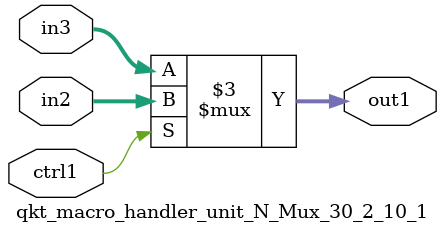
<source format=v>

`timescale 1ps / 1ps


module qkt_macro_handler_unit_N_Mux_30_2_10_1( in3, in2, ctrl1, out1 );

    input [29:0] in3;
    input [29:0] in2;
    input ctrl1;
    output [29:0] out1;
    reg [29:0] out1;

    
    // rtl_process:qkt_macro_handler_unit_N_Mux_30_2_10_1/qkt_macro_handler_unit_N_Mux_30_2_10_1_thread_1
    always @*
      begin : qkt_macro_handler_unit_N_Mux_30_2_10_1_thread_1
        case (ctrl1) 
          1'b1: 
            begin
              out1 = in2;
            end
          default: 
            begin
              out1 = in3;
            end
        endcase
      end

endmodule



</source>
